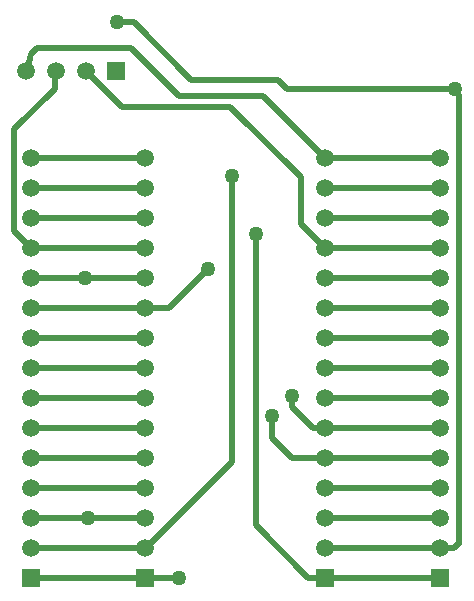
<source format=gbl>
G04*
G04 #@! TF.GenerationSoftware,Altium Limited,Altium Designer,20.0.13 (296)*
G04*
G04 Layer_Physical_Order=2*
G04 Layer_Color=16711680*
%FSLAX25Y25*%
%MOIN*%
G70*
G01*
G75*
%ADD20C,0.02000*%
%ADD22C,0.05906*%
%ADD23R,0.05906X0.05906*%
%ADD24R,0.05906X0.05906*%
%ADD25C,0.05000*%
D20*
X108500Y-194000D02*
X147000D01*
X152000Y-71812D02*
X153243Y-73054D01*
X151571Y-224000D02*
X152743Y-222828D01*
X147000Y-224000D02*
X151571D01*
X153243Y-222828D02*
Y-73054D01*
X147000Y-194000D02*
X147500D01*
X148000Y-193500D01*
X108500Y-184000D02*
X147000D01*
X10500Y-144000D02*
X48500D01*
X10500Y-134000D02*
X28500D01*
X10500Y-214000D02*
X29500D01*
X85500Y-216500D02*
X103000Y-234000D01*
X108500D01*
X108000D02*
X147000D01*
Y-134000D02*
X147500D01*
X108500D02*
X147000D01*
X100500Y-116000D02*
Y-100500D01*
Y-116000D02*
X108500Y-124000D01*
X108000D02*
X147000D01*
X60000Y-73500D02*
X88000D01*
X108500Y-94000D01*
X147000D01*
X10703Y-59297D02*
X12500Y-57500D01*
X9209Y-65000D02*
X10703Y-59297D01*
X97500Y-177000D02*
X104500Y-184000D01*
X97500Y-177000D02*
Y-173500D01*
X91000Y-187500D02*
Y-180000D01*
Y-187500D02*
X97500Y-194000D01*
X108500D01*
X48500Y-144000D02*
X56500D01*
X69500Y-131000D01*
X77500Y-195500D02*
Y-100000D01*
X49000Y-224000D02*
X77500Y-195500D01*
X85500Y-216500D02*
Y-119500D01*
X108500Y-174000D02*
X147000D01*
X108500Y-104000D02*
X147000D01*
X48500Y-224000D02*
X49000D01*
X10500Y-234000D02*
X60000D01*
X108500Y-224000D02*
X147000D01*
Y-214000D02*
X147500D01*
X108500D02*
X147000D01*
Y-204000D02*
X147500D01*
X108500D02*
X147000D01*
X104500Y-184000D02*
X108500D01*
Y-164000D02*
X147000D01*
X10500Y-224000D02*
X45504D01*
X147000Y-164000D02*
X147500D01*
X147000Y-154000D02*
X147500D01*
X108500D02*
X147000D01*
Y-144000D02*
X147500D01*
X108500D02*
X147000D01*
Y-114000D02*
X147500D01*
X108500D02*
X147000D01*
X77000Y-77000D02*
X100500Y-100500D01*
X152000Y-71812D02*
Y-71000D01*
X29000Y-65000D02*
X41000Y-77000D01*
X77000D01*
X29500Y-214000D02*
X48500D01*
X10500Y-204000D02*
X48500D01*
X10500Y-194000D02*
X48500D01*
X10500Y-184000D02*
X48500D01*
X10500Y-174000D02*
X48500D01*
X10500Y-164000D02*
X48500D01*
X10500Y-154000D02*
X48500D01*
X28500Y-134000D02*
X48500D01*
X10500Y-124000D02*
X48500D01*
X10500Y-114000D02*
X48500D01*
X10500Y-104000D02*
X48500D01*
X10500Y-94000D02*
X48500D01*
X18500Y-65500D02*
X19000Y-65000D01*
X18500Y-71000D02*
Y-65500D01*
X5000Y-84500D02*
X18500Y-71000D01*
X5000Y-118500D02*
X10500Y-124000D01*
X5000Y-118500D02*
Y-84500D01*
X96000Y-71000D02*
X152000D01*
X64000Y-68000D02*
X93000D01*
X96000Y-71000D01*
X39250Y-48750D02*
X44750D01*
X64000Y-68000D01*
X44000Y-57500D02*
X60000Y-73500D01*
X12500Y-57500D02*
X44000D01*
D22*
X147000Y-94000D02*
D03*
Y-104000D02*
D03*
Y-114000D02*
D03*
Y-124000D02*
D03*
Y-134000D02*
D03*
Y-144000D02*
D03*
Y-154000D02*
D03*
Y-164000D02*
D03*
Y-174000D02*
D03*
Y-184000D02*
D03*
Y-194000D02*
D03*
Y-204000D02*
D03*
Y-214000D02*
D03*
Y-224000D02*
D03*
X108500Y-94000D02*
D03*
Y-104000D02*
D03*
Y-114000D02*
D03*
Y-124000D02*
D03*
Y-134000D02*
D03*
Y-144000D02*
D03*
Y-154000D02*
D03*
Y-164000D02*
D03*
Y-174000D02*
D03*
Y-184000D02*
D03*
Y-194000D02*
D03*
Y-204000D02*
D03*
Y-214000D02*
D03*
Y-224000D02*
D03*
X48500Y-94000D02*
D03*
Y-104000D02*
D03*
Y-114000D02*
D03*
Y-124000D02*
D03*
Y-134000D02*
D03*
Y-144000D02*
D03*
Y-154000D02*
D03*
Y-164000D02*
D03*
Y-174000D02*
D03*
Y-184000D02*
D03*
Y-194000D02*
D03*
Y-204000D02*
D03*
Y-214000D02*
D03*
Y-224000D02*
D03*
X10500Y-94000D02*
D03*
Y-104000D02*
D03*
Y-114000D02*
D03*
Y-124000D02*
D03*
Y-134000D02*
D03*
Y-144000D02*
D03*
Y-154000D02*
D03*
Y-164000D02*
D03*
Y-174000D02*
D03*
Y-184000D02*
D03*
Y-194000D02*
D03*
Y-204000D02*
D03*
Y-214000D02*
D03*
Y-224000D02*
D03*
X9000Y-65000D02*
D03*
X19000D02*
D03*
X29000D02*
D03*
D23*
X147000Y-234000D02*
D03*
X108500D02*
D03*
X48500D02*
D03*
X10500D02*
D03*
D24*
X39000Y-65000D02*
D03*
D25*
X97500Y-173500D02*
D03*
X91000Y-180000D02*
D03*
X69500Y-131000D02*
D03*
X85500Y-119500D02*
D03*
X77500Y-100000D02*
D03*
X39250Y-48750D02*
D03*
X60000Y-234000D02*
D03*
X28500Y-134000D02*
D03*
X29500Y-214000D02*
D03*
X152000Y-71000D02*
D03*
M02*

</source>
